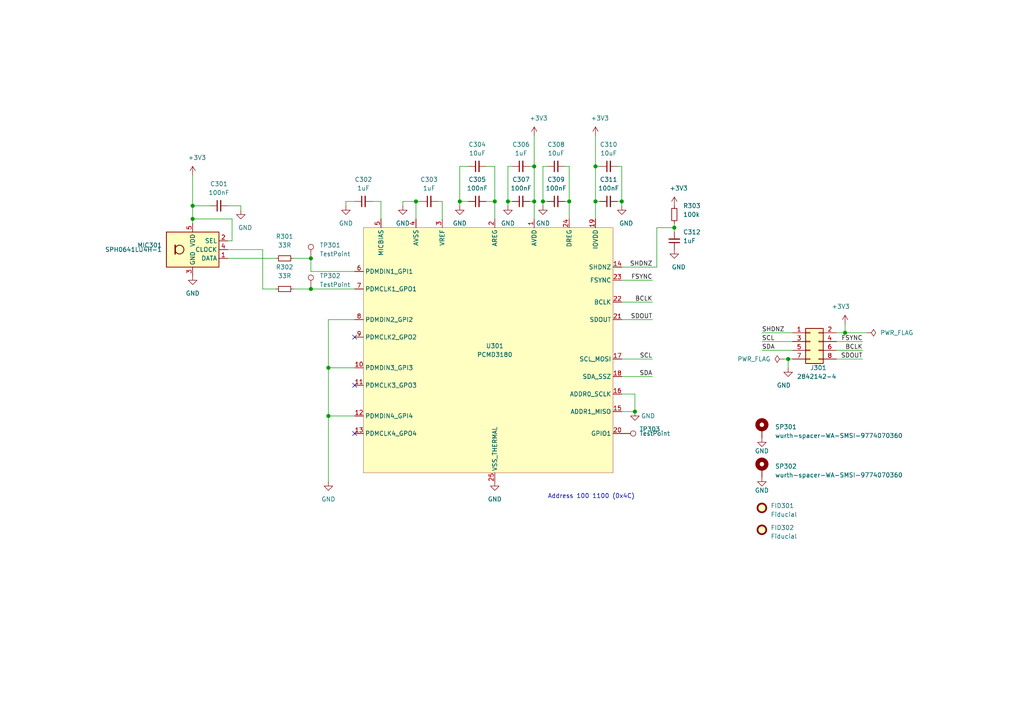
<source format=kicad_sch>
(kicad_sch (version 20221004) (generator eeschema)
  (paper "A4")
  (lib_symbols
    (symbol "Connector:TestPoint" (pin_numbers hide) (pin_names (offset 0.762) hide)
      (property "Reference" "TP" (at 0 6.858 0))
      (property "Value" "TestPoint" (at 0 5.08 0))
      (symbol "TestPoint_0_1"
        (circle (center 0 3.302) (radius 0.762))
      )
      (symbol "TestPoint_1_1"
        (pin passive line (at 0 0 90) (length 2.54) (name "1") (number "1"))
      )
    )
    (symbol "Connector_Generic:Conn_02x04_Odd_Even" (pin_names (offset 1.016) hide)
      (property "Reference" "J" (at 1.27 5.08 0))
      (property "Value" "Conn_02x04_Odd_Even" (at 1.27 -7.62 0))
      (symbol "Conn_02x04_Odd_Even_1_1"
        (rectangle (start -1.27 -4.953) (end 0 -5.207) (stroke (width 0.1524)))
        (rectangle (start -1.27 -2.413) (end 0 -2.667) (stroke (width 0.1524)))
        (rectangle (start -1.27 0.127) (end 0 -0.127) (stroke (width 0.1524)))
        (rectangle (start -1.27 2.667) (end 0 2.413) (stroke (width 0.1524)))
        (rectangle (start -1.27 3.81) (end 3.81 -6.35) (stroke (width 0.254)) (fill (type background)))
        (rectangle (start 3.81 -4.953) (end 2.54 -5.207) (stroke (width 0.1524)))
        (rectangle (start 3.81 -2.413) (end 2.54 -2.667) (stroke (width 0.1524)))
        (rectangle (start 3.81 0.127) (end 2.54 -0.127) (stroke (width 0.1524)))
        (rectangle (start 3.81 2.667) (end 2.54 2.413) (stroke (width 0.1524)))
        (pin passive line (at -5.08 2.54 0) (length 3.81) (name "Pin_1") (number "1"))
        (pin passive line (at 7.62 2.54 180) (length 3.81) (name "Pin_2") (number "2"))
        (pin passive line (at -5.08 0 0) (length 3.81) (name "Pin_3") (number "3"))
        (pin passive line (at 7.62 0 180) (length 3.81) (name "Pin_4") (number "4"))
        (pin passive line (at -5.08 -2.54 0) (length 3.81) (name "Pin_5") (number "5"))
        (pin passive line (at 7.62 -2.54 180) (length 3.81) (name "Pin_6") (number "6"))
        (pin passive line (at -5.08 -5.08 0) (length 3.81) (name "Pin_7") (number "7"))
        (pin passive line (at 7.62 -5.08 180) (length 3.81) (name "Pin_8") (number "8"))
      )
    )
    (symbol "Device:C_Small" (pin_numbers hide) (pin_names (offset 0.254) hide)
      (property "Reference" "C" (at 0.254 1.778 0))
      (property "Value" "C_Small" (at 0.254 -2.032 0))
      (symbol "C_Small_0_1"
        (polyline (pts (xy -1.524 -0.508) (xy 1.524 -0.508)) (stroke (width 0.3302)))
        (polyline (pts (xy -1.524 0.508) (xy 1.524 0.508)) (stroke (width 0.3048)))
      )
      (symbol "C_Small_1_1"
        (pin passive line (at 0 2.54 270) (length 2.032) (name "~") (number "1"))
        (pin passive line (at 0 -2.54 90) (length 2.032) (name "~") (number "2"))
      )
    )
    (symbol "Device:R_Small" (pin_numbers hide) (pin_names (offset 0.254) hide)
      (property "Reference" "R" (at 0.762 0.508 0))
      (property "Value" "R_Small" (at 0.762 -1.016 0))
      (symbol "R_Small_0_1"
        (rectangle (start -0.762 1.778) (end 0.762 -1.778) (stroke (width 0.2032)))
      )
      (symbol "R_Small_1_1"
        (pin passive line (at 0 2.54 270) (length 0.762) (name "~") (number "1"))
        (pin passive line (at 0 -2.54 90) (length 0.762) (name "~") (number "2"))
      )
    )
    (symbol "Mechanical:Fiducial"
      (property "Reference" "FID" (at 0 5.08 0))
      (property "Value" "Fiducial" (at 0 3.175 0))
      (symbol "Fiducial_0_1"
        (circle (center 0 0) (radius 1.27) (stroke (width 0.508)) (fill (type background)))
      )
    )
    (symbol "Mechanical:MountingHole_Pad" (pin_numbers hide) (pin_names (offset 1.016) hide)
      (property "Reference" "H" (at 0 6.35 0))
      (property "Value" "MountingHole_Pad" (at 0 4.445 0))
      (symbol "MountingHole_Pad_0_1"
        (circle (center 0 1.27) (radius 1.27) (stroke (width 1.27)))
      )
      (symbol "MountingHole_Pad_1_1"
        (pin input line (at 0 -2.54 90) (length 2.54) (name "1") (number "1"))
      )
    )
    (symbol "Sensor_Audio:SPH0641LU4H-1"
      (property "Reference" "MK" (at 5.08 6.35 0))
      (property "Value" "SPH0641LU4H-1" (at 8.89 -6.35 0))
      (symbol "SPH0641LU4H-1_1_1"
        (rectangle (start -7.62 5.08) (end 7.62 -5.08) (stroke (width 0.254)) (fill (type background)))
        (circle (center -3.81 0) (radius 1.27) (stroke (width 0.254)))
        (polyline (pts (xy -5.08 1.27) (xy -5.08 -1.27)) (stroke (width 0.381)))
        (pin output line (at 10.16 -2.54 180) (length 2.54) (name "DATA") (number "1"))
        (pin input line (at 10.16 2.54 180) (length 2.54) (name "SEL") (number "2"))
        (pin power_in line (at 0 -7.62 90) (length 2.54) (name "GND") (number "3"))
        (pin input line (at 10.16 0 180) (length 2.54) (name "CLOCK") (number "4"))
        (pin power_in line (at 0 7.62 270) (length 2.54) (name "VDD") (number "5"))
      )
    )
    (symbol "j_Audio:PCMD3180"
      (property "Reference" "U" (at 0 1.27 0))
      (property "Value" "PCMD3180" (at 0 -1.27 0))
      (symbol "PCMD3180_0_1"
        (rectangle (start -38.1 35.56) (end 34.29 -35.56) (stroke (width 0.001)) (fill (type background)))
      )
      (symbol "PCMD3180_1_1"
        (pin power_in line (at 11.43 38.1 270) (length 2.54) (name "AVDD") (number "1"))
        (pin input line (at -40.64 -5.08 0) (length 2.54) (name "PDMDIN3_GPI3") (number "10"))
        (pin output line (at -40.64 -10.16 0) (length 2.54) (name "PDMCLK3_GPO3") (number "11"))
        (pin input line (at -40.64 -19.05 0) (length 2.54) (name "PDMDIN4_GPI4") (number "12"))
        (pin output line (at -40.64 -24.13 0) (length 2.54) (name "PDMCLK4_GPO4") (number "13"))
        (pin input line (at 36.83 24.13 180) (length 2.54) (name "SHDNZ") (number "14"))
        (pin bidirectional line (at 36.83 -17.78 180) (length 2.54) (name "ADDR1_MISO") (number "15"))
        (pin input line (at 36.83 -12.7 180) (length 2.54) (name "ADDR0_SCLK") (number "16"))
        (pin input line (at 36.83 -2.54 180) (length 2.54) (name "SCL_MOSI") (number "17"))
        (pin bidirectional line (at 36.83 -7.62 180) (length 2.54) (name "SDA_SSZ") (number "18"))
        (pin power_in line (at 29.21 38.1 270) (length 2.54) (name "IOVDD") (number "19"))
        (pin power_out line (at 0 38.1 270) (length 2.54) (name "AREG") (number "2"))
        (pin bidirectional line (at 36.83 -24.13 180) (length 2.54) (name "GPIO1") (number "20"))
        (pin output line (at 36.83 8.89 180) (length 2.54) (name "SDOUT") (number "21"))
        (pin bidirectional line (at 36.83 13.97 180) (length 2.54) (name "BCLK") (number "22"))
        (pin bidirectional line (at 36.83 20.32 180) (length 2.54) (name "FSYNC") (number "23"))
        (pin power_out line (at 21.59 38.1 270) (length 2.54) (name "DREG") (number "24"))
        (pin power_in line (at 0 -38.1 90) (length 2.54) (name "VSS_THERMAL") (number "25"))
        (pin power_out line (at -15.24 38.1 270) (length 2.54) (name "VREF") (number "3"))
        (pin power_in line (at -22.86 38.1 270) (length 2.54) (name "AVSS") (number "4"))
        (pin power_out line (at -33.02 38.1 270) (length 2.54) (name "MICBIAS") (number "5"))
        (pin input line (at -40.64 22.86 0) (length 2.54) (name "PDMDIN1_GPI1") (number "6"))
        (pin output line (at -40.64 17.78 0) (length 2.54) (name "PDMCLK1_GPO1") (number "7"))
        (pin input line (at -40.64 8.89 0) (length 2.54) (name "PDMDIN2_GPI2") (number "8"))
        (pin output line (at -40.64 3.81 0) (length 2.54) (name "PDMCLK2_GPO2") (number "9"))
      )
    )
    (symbol "power:+3V3" (power) (pin_names (offset 0))
      (property "Value" "+3V3" (at 0 3.556 0))
      (symbol "+3V3_0_1"
        (polyline (pts (xy -0.762 1.27) (xy 0 2.54)))
        (polyline (pts (xy 0 0) (xy 0 2.54)))
        (polyline (pts (xy 0 2.54) (xy 0.762 1.27)))
      )
      (symbol "+3V3_1_1"
        (pin power_in line (at 0 0 90) (length 0) hide (name "+3V3") (number "1"))
      )
    )
    (symbol "power:GND" (power) (pin_names (offset 0))
      (property "Value" "GND" (at 0 -3.81 0))
      (symbol "GND_0_1"
        (polyline (pts (xy 0 0) (xy 0 -1.27) (xy 1.27 -1.27) (xy 0 -2.54) (xy -1.27 -1.27) (xy 0 -1.27)))
      )
      (symbol "GND_1_1"
        (pin power_in line (at 0 0 270) (length 0) hide (name "GND") (number "1"))
      )
    )
    (symbol "power:PWR_FLAG" (power) (pin_numbers hide) (pin_names (offset 0) hide)
      (property "Value" "PWR_FLAG" (at 0 3.81 0))
      (symbol "PWR_FLAG_0_0"
        (pin power_out line (at 0 0 90) (length 0) (name "pwr") (number "1"))
      )
      (symbol "PWR_FLAG_0_1"
        (polyline (pts (xy 0 0) (xy 0 1.27) (xy -1.016 1.905) (xy 0 2.54) (xy 1.016 1.905) (xy 0 1.27)))
      )
    )
  )
  (junction (at 90.17 74.93) (diameter 1.016))
  (junction (at 143.51 58.42) (diameter 1.016))
  (junction (at 228.6 104.14) (diameter 1.016))
  (junction (at 165.1 58.42) (diameter 1.016))
  (junction (at 133.35 58.42) (diameter 1.016))
  (junction (at 157.48 58.42) (diameter 1.016))
  (junction (at 172.72 48.26) (diameter 1.016))
  (junction (at 120.65 58.42) (diameter 1.016))
  (junction (at 245.11 96.52) (diameter 1.016))
  (junction (at 55.88 63.5) (diameter 1.016))
  (junction (at 154.94 48.26) (diameter 1.016))
  (junction (at 184.15 119.38) (diameter 1.016))
  (junction (at 195.58 66.04) (diameter 1.016))
  (junction (at 55.88 59.69) (diameter 1.016))
  (junction (at 95.25 106.68) (diameter 1.016))
  (junction (at 180.34 58.42) (diameter 1.016))
  (junction (at 154.94 58.42) (diameter 1.016))
  (junction (at 147.32 58.42) (diameter 1.016))
  (junction (at 172.72 58.42) (diameter 1.016))
  (junction (at 95.25 120.65) (diameter 1.016))
  (junction (at 90.17 83.82) (diameter 1.016))
  (no_connect (at 102.87 111.76))
  (no_connect (at 102.87 97.79))
  (no_connect (at 102.87 125.73))
  (wire (pts (xy 172.72 48.26) (xy 172.72 58.42)))
  (wire (pts (xy 66.04 72.39) (xy 76.2 72.39)))
  (wire (pts (xy 90.17 83.82) (xy 102.87 83.82)))
  (wire (pts (xy 245.11 93.98) (xy 245.11 96.52)))
  (wire (pts (xy 154.94 39.37) (xy 154.94 48.26)))
  (wire (pts (xy 55.88 63.5) (xy 55.88 59.69)))
  (wire (pts (xy 69.85 59.69) (xy 69.85 60.96)))
  (wire (pts (xy 102.87 58.42) (xy 100.33 58.42)))
  (wire (pts (xy 66.04 59.69) (xy 69.85 59.69)))
  (wire (pts (xy 116.84 58.42) (xy 120.65 58.42)))
  (wire (pts (xy 195.58 66.04) (xy 195.58 67.31)))
  (wire (pts (xy 76.2 72.39) (xy 76.2 83.82)))
  (wire (pts (xy 157.48 58.42) (xy 158.75 58.42)))
  (wire (pts (xy 55.88 50.8) (xy 55.88 59.69)))
  (wire (pts (xy 143.51 58.42) (xy 143.51 63.5)))
  (wire (pts (xy 157.48 58.42) (xy 157.48 48.26)))
  (wire (pts (xy 229.87 101.6) (xy 220.98 101.6)))
  (wire (pts (xy 147.32 48.26) (xy 147.32 58.42)))
  (wire (pts (xy 180.34 104.14) (xy 189.23 104.14)))
  (wire (pts (xy 163.83 58.42) (xy 165.1 58.42)))
  (wire (pts (xy 143.51 48.26) (xy 143.51 58.42)))
  (wire (pts (xy 95.25 120.65) (xy 95.25 139.7)))
  (wire (pts (xy 229.87 96.52) (xy 220.98 96.52)))
  (wire (pts (xy 153.67 58.42) (xy 154.94 58.42)))
  (wire (pts (xy 165.1 63.5) (xy 165.1 58.42)))
  (wire (pts (xy 66.04 74.93) (xy 80.01 74.93)))
  (wire (pts (xy 180.34 92.71) (xy 189.23 92.71)))
  (wire (pts (xy 250.19 99.06) (xy 242.57 99.06)))
  (wire (pts (xy 180.34 114.3) (xy 184.15 114.3)))
  (wire (pts (xy 90.17 74.93) (xy 90.17 78.74)))
  (wire (pts (xy 128.27 58.42) (xy 128.27 63.5)))
  (wire (pts (xy 190.5 66.04) (xy 195.58 66.04)))
  (wire (pts (xy 85.09 74.93) (xy 90.17 74.93)))
  (wire (pts (xy 180.34 58.42) (xy 180.34 59.69)))
  (wire (pts (xy 180.34 81.28) (xy 189.23 81.28)))
  (wire (pts (xy 100.33 58.42) (xy 100.33 59.69)))
  (wire (pts (xy 250.19 104.14) (xy 242.57 104.14)))
  (wire (pts (xy 147.32 58.42) (xy 147.32 59.69)))
  (wire (pts (xy 76.2 83.82) (xy 80.01 83.82)))
  (wire (pts (xy 184.15 114.3) (xy 184.15 119.38)))
  (wire (pts (xy 180.34 109.22) (xy 189.23 109.22)))
  (wire (pts (xy 67.31 63.5) (xy 55.88 63.5)))
  (wire (pts (xy 180.34 87.63) (xy 189.23 87.63)))
  (wire (pts (xy 180.34 77.47) (xy 190.5 77.47)))
  (wire (pts (xy 157.48 48.26) (xy 158.75 48.26)))
  (wire (pts (xy 184.15 119.38) (xy 180.34 119.38)))
  (wire (pts (xy 110.49 58.42) (xy 110.49 63.5)))
  (wire (pts (xy 95.25 92.71) (xy 95.25 106.68)))
  (wire (pts (xy 195.58 64.77) (xy 195.58 66.04)))
  (wire (pts (xy 157.48 59.69) (xy 157.48 58.42)))
  (wire (pts (xy 67.31 69.85) (xy 66.04 69.85)))
  (wire (pts (xy 165.1 58.42) (xy 165.1 48.26)))
  (wire (pts (xy 95.25 120.65) (xy 102.87 120.65)))
  (wire (pts (xy 153.67 48.26) (xy 154.94 48.26)))
  (wire (pts (xy 229.87 104.14) (xy 228.6 104.14)))
  (wire (pts (xy 90.17 78.74) (xy 102.87 78.74)))
  (wire (pts (xy 133.35 58.42) (xy 135.89 58.42)))
  (wire (pts (xy 228.6 104.14) (xy 228.6 106.68)))
  (wire (pts (xy 133.35 59.69) (xy 133.35 58.42)))
  (wire (pts (xy 179.07 48.26) (xy 180.34 48.26)))
  (wire (pts (xy 102.87 92.71) (xy 95.25 92.71)))
  (wire (pts (xy 180.34 48.26) (xy 180.34 58.42)))
  (wire (pts (xy 127 58.42) (xy 128.27 58.42)))
  (wire (pts (xy 67.31 69.85) (xy 67.31 63.5)))
  (wire (pts (xy 154.94 48.26) (xy 154.94 58.42)))
  (wire (pts (xy 229.87 99.06) (xy 220.98 99.06)))
  (wire (pts (xy 165.1 48.26) (xy 163.83 48.26)))
  (wire (pts (xy 251.46 96.52) (xy 245.11 96.52)))
  (wire (pts (xy 120.65 63.5) (xy 120.65 58.42)))
  (wire (pts (xy 172.72 58.42) (xy 173.99 58.42)))
  (wire (pts (xy 140.97 58.42) (xy 143.51 58.42)))
  (wire (pts (xy 133.35 58.42) (xy 133.35 48.26)))
  (wire (pts (xy 245.11 96.52) (xy 242.57 96.52)))
  (wire (pts (xy 172.72 39.37) (xy 172.72 48.26)))
  (wire (pts (xy 120.65 58.42) (xy 121.92 58.42)))
  (wire (pts (xy 107.95 58.42) (xy 110.49 58.42)))
  (wire (pts (xy 180.34 58.42) (xy 179.07 58.42)))
  (wire (pts (xy 154.94 58.42) (xy 154.94 63.5)))
  (wire (pts (xy 147.32 58.42) (xy 148.59 58.42)))
  (wire (pts (xy 95.25 106.68) (xy 95.25 120.65)))
  (wire (pts (xy 55.88 63.5) (xy 55.88 64.77)))
  (wire (pts (xy 148.59 48.26) (xy 147.32 48.26)))
  (wire (pts (xy 55.88 59.69) (xy 60.96 59.69)))
  (wire (pts (xy 95.25 106.68) (xy 102.87 106.68)))
  (wire (pts (xy 173.99 48.26) (xy 172.72 48.26)))
  (wire (pts (xy 250.19 101.6) (xy 242.57 101.6)))
  (wire (pts (xy 172.72 58.42) (xy 172.72 63.5)))
  (wire (pts (xy 143.51 48.26) (xy 140.97 48.26)))
  (wire (pts (xy 190.5 77.47) (xy 190.5 66.04)))
  (wire (pts (xy 116.84 59.69) (xy 116.84 58.42)))
  (wire (pts (xy 133.35 48.26) (xy 135.89 48.26)))
  (wire (pts (xy 228.6 104.14) (xy 227.33 104.14)))
  (wire (pts (xy 85.09 83.82) (xy 90.17 83.82)))
  (text "Address 100 1100 (0x4C)" (at 184.15 144.78 0) (effects (font (size 1.27 1.27)) (justify right bottom)))
  (label "SHDNZ" (at 189.23 77.47 180))
  (label "FSYNC" (at 189.23 81.28 180))
  (label "FSYNC" (at 250.19 99.06 180))
  (label "SDA" (at 189.23 109.22 180))
  (label "SHDNZ" (at 220.98 96.52 0))
  (label "SDA" (at 220.98 101.6 0))
  (label "SDOUT" (at 189.23 92.71 180))
  (label "SCL" (at 220.98 99.06 0))
  (label "BCLK" (at 189.23 87.63 180))
  (label "SDOUT" (at 250.19 104.14 180))
  (label "BCLK" (at 250.19 101.6 180))
  (label "SCL" (at 189.23 104.14 180))
  (symbol (lib_id "Device:R_Small") (at 82.55 83.82 90) (mirror x) (unit 1)
    (property "Reference" "R302" (at 82.55 77.47 90))
    (property "Value" "33R" (at 82.55 80.01 90))
    (property "Footprint" "Resistor_SMD:R_0402_1005Metric" (effects hide))
  )
  (symbol (lib_id "Device:R_Small") (at 195.58 62.23 180) (unit 1)
    (property "Reference" "R303" (at 198.12 59.69 0) (effects (justify right)))
    (property "Value" "100k" (at 198.12 62.23 0) (effects (justify right)))
    (property "Footprint" "Resistor_SMD:R_0603_1608Metric" (effects hide))
  )
  (symbol (lib_id "power:PWR_FLAG") (at 227.33 104.14 90) (mirror x) (unit 1)
    (property "Reference" "#FLG0102" (effects hide))
    (property "Value" "PWR_FLAG" (at 223.52 104.14 90) (effects (justify left)))
  )
  (symbol (lib_id "power:GND") (at 116.84 59.69 0) (mirror y) (unit 1)
    (property "Reference" "#PWR0101" (effects hide))
    (property "Value" "GND" (at 116.84 64.77 0))
  )
  (symbol (lib_id "Device:C_Small") (at 138.43 58.42 90) (unit 1)
    (property "Reference" "C305" (at 138.43 52.07 90))
    (property "Value" "100nF" (at 138.43 54.61 90))
    (property "Footprint" "Capacitor_SMD:C_0402_1005Metric" (effects hide))
  )
  (symbol (lib_id "power:+3V3") (at 245.11 93.98 0) (mirror y) (unit 1)
    (property "Reference" "#PWR0118" (effects hide))
    (property "Value" "+3V3" (at 243.84 88.9 0))
  )
  (symbol (lib_id "power:+3V3") (at 55.88 50.8 0) (unit 1)
    (property "Reference" "#PWR0104" (effects hide))
    (property "Value" "+3V3" (at 57.15 45.72 0))
  )
  (symbol (lib_id "power:+3V3") (at 154.94 39.37 0) (unit 1)
    (property "Reference" "#PWR0109" (effects hide))
    (property "Value" "+3V3" (at 156.21 34.29 0))
  )
  (symbol (lib_id "Device:C_Small") (at 105.41 58.42 90) (unit 1)
    (property "Reference" "C302" (at 105.41 52.07 90))
    (property "Value" "1uF" (at 105.41 54.61 90))
    (property "Footprint" "Capacitor_SMD:C_0402_1005Metric" (effects hide))
    (property "Voltage" "6.3V" (effects hide))
  )
  (symbol (lib_id "power:GND") (at 184.15 119.38 0) (unit 1)
    (property "Reference" "#PWR0116" (effects hide))
    (property "Value" "GND" (at 187.96 120.65 0))
  )
  (symbol (lib_id "Connector:TestPoint") (at 90.17 83.82 0) (unit 1) (in_bom no)
    (property "Reference" "TP302" (at 92.71 80.01 0) (effects (justify left)))
    (property "Value" "TestPoint" (at 92.71 82.55 0) (effects (justify left)))
    (property "Footprint" "TestPoint:TestPoint_Pad_D1.0mm" (effects hide))
  )
  (symbol (lib_id "power:GND") (at 220.98 127 0) (mirror y) (unit 1)
    (property "Reference" "#PWR0120" (effects hide))
    (property "Value" "GND" (at 220.98 130.81 0))
  )
  (symbol (lib_id "power:GND") (at 157.48 59.69 0) (mirror y) (unit 1)
    (property "Reference" "#PWR0114" (effects hide))
    (property "Value" "GND" (at 157.48 64.77 0))
  )
  (symbol (lib_id "power:GND") (at 143.51 139.7 0) (unit 1)
    (property "Reference" "#PWR0115" (effects hide))
    (property "Value" "GND" (at 143.51 144.78 0))
  )
  (symbol (lib_id "power:GND") (at 147.32 59.69 0) (mirror y) (unit 1)
    (property "Reference" "#PWR0108" (effects hide))
    (property "Value" "GND" (at 147.32 64.77 0))
  )
  (symbol (lib_id "power:GND") (at 55.88 80.01 0) (unit 1)
    (property "Reference" "#PWR0106" (effects hide))
    (property "Value" "GND" (at 55.88 85.09 0))
  )
  (symbol (lib_id "Connector:TestPoint") (at 90.17 74.93 0) (unit 1) (in_bom no)
    (property "Reference" "TP301" (at 92.71 71.12 0) (effects (justify left)))
    (property "Value" "TestPoint" (at 92.71 73.66 0) (effects (justify left)))
    (property "Footprint" "TestPoint:TestPoint_Pad_D1.0mm" (effects hide))
  )
  (symbol (lib_id "Mechanical:MountingHole_Pad") (at 220.98 135.89 0) (unit 1)
    (property "Reference" "SP302" (at 224.79 135.2549 0) (effects (justify left)))
    (property "Value" "wurth-spacer-WA-SMSI-9774070360" (at 224.79 137.7949 0) (effects (justify left)))
    (property "Footprint" "jeffmakes-footprints:Mounting_Wuerth_WA-SMSI-M3_H7mm_9774070360" (effects hide))
  )
  (symbol (lib_id "Connector:TestPoint") (at 180.34 125.73 270) (unit 1) (in_bom no)
    (property "Reference" "TP303" (at 185.42 124.46 90) (effects (justify left)))
    (property "Value" "TestPoint" (at 185.42 125.73 90) (effects (justify left)))
    (property "Footprint" "TestPoint:TestPoint_Pad_D1.0mm" (effects hide))
  )
  (symbol (lib_id "Device:C_Small") (at 161.29 48.26 90) (unit 1)
    (property "Reference" "C308" (at 161.29 41.91 90))
    (property "Value" "10uF" (at 161.29 44.45 90))
    (property "Footprint" "Capacitor_SMD:C_0603_1608Metric" (effects hide))
    (property "Voltage" "6.3V" (effects hide))
  )
  (symbol (lib_id "Device:C_Small") (at 151.13 58.42 90) (unit 1)
    (property "Reference" "C307" (at 151.13 52.07 90))
    (property "Value" "100nF" (at 151.13 54.61 90))
    (property "Footprint" "Capacitor_SMD:C_0402_1005Metric" (effects hide))
  )
  (symbol (lib_id "power:GND") (at 220.98 138.43 0) (mirror y) (unit 1)
    (property "Reference" "#PWR0119" (effects hide))
    (property "Value" "GND" (at 220.98 142.24 0))
  )
  (symbol (lib_id "Device:R_Small") (at 82.55 74.93 90) (unit 1)
    (property "Reference" "R301" (at 82.55 68.58 90))
    (property "Value" "33R" (at 82.55 71.12 90))
    (property "Footprint" "Resistor_SMD:R_0402_1005Metric" (effects hide))
  )
  (symbol (lib_id "Sensor_Audio:SPH0641LU4H-1") (at 55.88 72.39 0) (unit 1)
    (property "Reference" "MIC301" (at 46.99 71.12 0) (effects (justify right)))
    (property "Value" "SPH0641LU4H-1" (at 46.99 72.39 0) (effects (justify right)))
    (property "Footprint" "Sensor_Audio:Knowles_LGA-5_3.5x2.65mm" (effects hide))
    (property "Datasheet" "https://www.knowles.com/docs/default-source/model-downloads/sph0641lu4h-1-revb.pdf" (effects hide))
  )
  (symbol (lib_id "power:GND") (at 133.35 59.69 0) (mirror y) (unit 1)
    (property "Reference" "#PWR0102" (effects hide))
    (property "Value" "GND" (at 133.35 64.77 0))
  )
  (symbol (lib_id "Device:C_Small") (at 161.29 58.42 90) (unit 1)
    (property "Reference" "C309" (at 161.29 52.07 90))
    (property "Value" "100nF" (at 161.29 54.61 90))
    (property "Footprint" "Capacitor_SMD:C_0402_1005Metric" (effects hide))
  )
  (symbol (lib_id "power:PWR_FLAG") (at 251.46 96.52 270) (unit 1)
    (property "Reference" "#FLG0101" (effects hide))
    (property "Value" "PWR_FLAG" (at 255.27 96.52 90) (effects (justify left)))
  )
  (symbol (lib_id "Mechanical:Fiducial") (at 220.98 147.32 0) (unit 1) (in_bom no)
    (property "Reference" "FID301" (at 223.52 146.6849 0) (effects (justify left)))
    (property "Value" "Fiducial" (at 223.52 149.2249 0) (effects (justify left)))
    (property "Footprint" "Fiducial:Fiducial_0.5mm_Mask1mm" (effects hide))
  )
  (symbol (lib_id "power:GND") (at 228.6 106.68 0) (mirror y) (unit 1)
    (property "Reference" "#PWR0117" (effects hide))
    (property "Value" "GND" (at 227.33 111.76 0))
  )
  (symbol (lib_id "power:GND") (at 100.33 59.69 0) (unit 1)
    (property "Reference" "#PWR0103" (effects hide))
    (property "Value" "GND" (at 100.33 64.77 0))
  )
  (symbol (lib_id "Device:C_Small") (at 63.5 59.69 90) (unit 1)
    (property "Reference" "C301" (at 63.5 53.34 90))
    (property "Value" "100nF" (at 63.5 55.88 90))
    (property "Footprint" "Capacitor_SMD:C_0402_1005Metric" (effects hide))
  )
  (symbol (lib_id "Device:C_Small") (at 195.58 69.85 180) (unit 1)
    (property "Reference" "C312" (at 198.12 67.31 0) (effects (justify right)))
    (property "Value" "1uF" (at 198.12 69.85 0) (effects (justify right)))
    (property "Footprint" "Capacitor_SMD:C_0402_1005Metric" (effects hide))
    (property "Voltage" "6.3V" (effects hide))
  )
  (symbol (lib_id "j_Audio:PCMD3180") (at 143.51 101.6 0) (unit 1)
    (property "Reference" "U301" (at 143.51 100.33 0))
    (property "Value" "PCMD3180" (at 143.51 102.87 0))
    (property "Footprint" "Package_DFN_QFN:QFN-24-1EP_4x4mm_P0.5mm_EP2.65x2.65mm_ThermalVias" (effects hide))
  )
  (symbol (lib_id "Device:C_Small") (at 151.13 48.26 90) (unit 1)
    (property "Reference" "C306" (at 151.13 41.91 90))
    (property "Value" "1uF" (at 151.13 44.45 90))
    (property "Footprint" "Capacitor_SMD:C_0402_1005Metric" (effects hide))
    (property "Voltage" "6.3V" (effects hide))
  )
  (symbol (lib_id "power:GND") (at 180.34 59.69 0) (unit 1)
    (property "Reference" "#PWR0112" (effects hide))
    (property "Value" "GND" (at 181.61 64.77 0))
  )
  (symbol (lib_id "power:GND") (at 69.85 60.96 0) (unit 1)
    (property "Reference" "#PWR0105" (effects hide))
    (property "Value" "GND" (at 71.12 66.04 0))
  )
  (symbol (lib_id "Connector_Generic:Conn_02x04_Odd_Even") (at 234.95 99.06 0) (unit 1)
    (property "Reference" "J301" (at 234.95 106.68 0) (effects (justify left)))
    (property "Value" "2842142-4" (at 231.14 109.22 0) (effects (justify left)))
    (property "Footprint" "jeffmakes-footprints:PinHeader_2x04_P2.00mm_Vertical_SMD_AMPMODU" (effects hide))
  )
  (symbol (lib_id "power:GND") (at 95.25 139.7 0) (unit 1)
    (property "Reference" "#PWR0107" (effects hide))
    (property "Value" "GND" (at 95.25 144.78 0))
  )
  (symbol (lib_id "power:+3V3") (at 172.72 39.37 0) (unit 1)
    (property "Reference" "#PWR0110" (effects hide))
    (property "Value" "+3V3" (at 173.99 34.29 0))
  )
  (symbol (lib_id "Device:C_Small") (at 176.53 48.26 90) (unit 1)
    (property "Reference" "C310" (at 176.53 41.91 90))
    (property "Value" "10uF" (at 176.53 44.45 90))
    (property "Footprint" "Capacitor_SMD:C_0603_1608Metric" (effects hide))
    (property "Voltage" "6.3V" (effects hide))
  )
  (symbol (lib_id "Device:C_Small") (at 138.43 48.26 90) (unit 1)
    (property "Reference" "C304" (at 138.43 41.91 90))
    (property "Value" "10uF" (at 138.43 44.45 90))
    (property "Footprint" "Capacitor_SMD:C_0603_1608Metric" (effects hide))
    (property "Voltage" "6.3V" (effects hide))
  )
  (symbol (lib_id "Mechanical:MountingHole_Pad") (at 220.98 124.46 0) (unit 1)
    (property "Reference" "SP301" (at 224.79 123.8249 0) (effects (justify left)))
    (property "Value" "wurth-spacer-WA-SMSI-9774070360" (at 224.79 126.3649 0) (effects (justify left)))
    (property "Footprint" "jeffmakes-footprints:Mounting_Wuerth_WA-SMSI-M3_H7mm_9774070360" (effects hide))
  )
  (symbol (lib_id "Mechanical:Fiducial") (at 220.98 153.67 0) (unit 1) (in_bom no)
    (property "Reference" "FID302" (at 223.52 153.0349 0) (effects (justify left)))
    (property "Value" "Fiducial" (at 223.52 155.5749 0) (effects (justify left)))
    (property "Footprint" "Fiducial:Fiducial_0.5mm_Mask1mm" (effects hide))
  )
  (symbol (lib_id "Device:C_Small") (at 124.46 58.42 90) (unit 1)
    (property "Reference" "C303" (at 124.46 52.07 90))
    (property "Value" "1uF" (at 124.46 54.61 90))
    (property "Footprint" "Capacitor_SMD:C_0402_1005Metric" (effects hide))
    (property "Voltage" "6.3V" (effects hide))
  )
  (symbol (lib_id "power:+3V3") (at 195.58 59.69 0) (unit 1)
    (property "Reference" "#PWR0111" (effects hide))
    (property "Value" "+3V3" (at 196.85 54.61 0))
  )
  (symbol (lib_id "power:GND") (at 195.58 72.39 0) (unit 1)
    (property "Reference" "#PWR0113" (effects hide))
    (property "Value" "GND" (at 196.85 77.47 0))
  )
  (symbol (lib_id "Device:C_Small") (at 176.53 58.42 90) (unit 1)
    (property "Reference" "C311" (at 176.53 52.07 90))
    (property "Value" "100nF" (at 176.53 54.61 90))
    (property "Footprint" "Capacitor_SMD:C_0402_1005Metric" (effects hide))
  )
)
</source>
